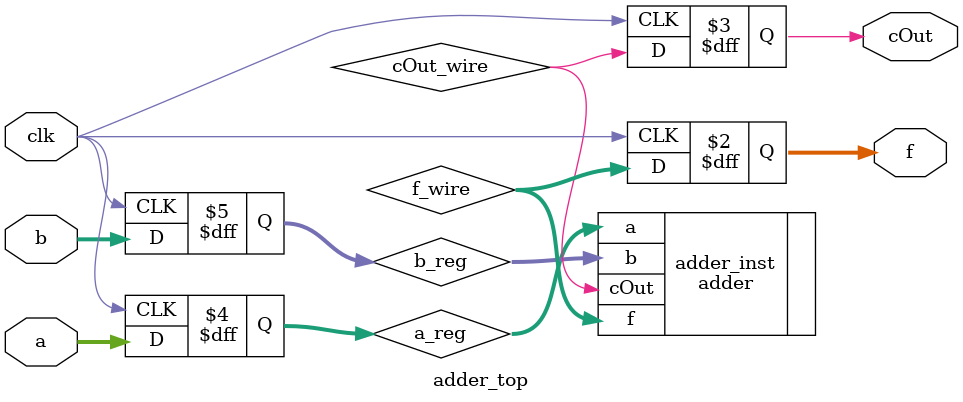
<source format=v>
module adder_top(clk, a, b, f, cOut);
  input clk;
  input [127:0] a;
  input [127:0] b;
  // add registers after the POs
  output reg [127:0] f; 
  output reg cOut;

  // add registers before the PIs
  reg [127:0] a_reg;
  reg [127:0] b_reg;
  wire [127:0] f_wire;
  wire cOut_wire;

  // Register the inputs and outputs
  always @(posedge clk) begin
    // synchronize the PIs with the clock (PI register -> combinational circuit PI)
    a_reg <= a;
    b_reg <= b;
    // synchronize the POs with the clock (combinational circuit PO -> PO register)
    f <= f_wire;
    cOut <= cOut_wire;
  end

  // Instantiate the combinational circuit
  adder adder_inst (
    .a(a_reg),
    .b(b_reg),
    .f(f_wire),
    .cOut(cOut_wire)
  );
endmodule

</source>
